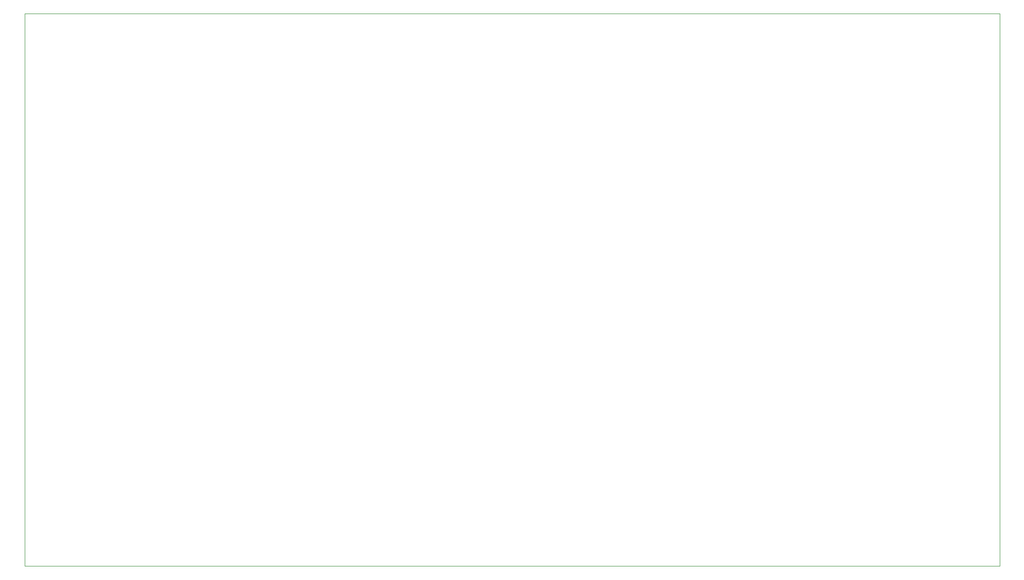
<source format=gbr>
%TF.GenerationSoftware,KiCad,Pcbnew,(5.1.10)-1*%
%TF.CreationDate,2022-01-27T07:08:06+01:00*%
%TF.ProjectId,Backplane,4261636b-706c-4616-9e65-2e6b69636164,rev?*%
%TF.SameCoordinates,Original*%
%TF.FileFunction,Profile,NP*%
%FSLAX46Y46*%
G04 Gerber Fmt 4.6, Leading zero omitted, Abs format (unit mm)*
G04 Created by KiCad (PCBNEW (5.1.10)-1) date 2022-01-27 07:08:06*
%MOMM*%
%LPD*%
G01*
G04 APERTURE LIST*
%TA.AperFunction,Profile*%
%ADD10C,0.050000*%
%TD*%
G04 APERTURE END LIST*
D10*
X233680000Y-153670000D02*
X233680000Y-152400000D01*
X63500000Y-153670000D02*
X233680000Y-153670000D01*
X63500000Y-152400000D02*
X63500000Y-153670000D01*
X63500000Y-57150000D02*
X63500000Y-152400000D01*
X233680000Y-57150000D02*
X63500000Y-57150000D01*
X233680000Y-152400000D02*
X233680000Y-57150000D01*
M02*

</source>
